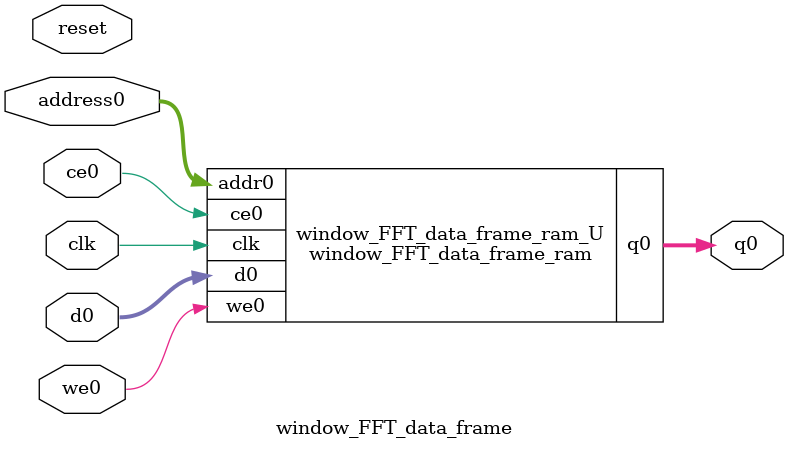
<source format=v>
`timescale 1 ns / 1 ps
module window_FFT_data_frame_ram (addr0, ce0, d0, we0, q0,  clk);

parameter DWIDTH = 64;
parameter AWIDTH = 10;
parameter MEM_SIZE = 1024;

input[AWIDTH-1:0] addr0;
input ce0;
input[DWIDTH-1:0] d0;
input we0;
output reg[DWIDTH-1:0] q0;
input clk;

(* ram_style = "block" *)reg [DWIDTH-1:0] ram[0:MEM_SIZE-1];




always @(posedge clk)  
begin 
    if (ce0) 
    begin
        if (we0) 
        begin 
            ram[addr0] <= d0; 
        end 
        q0 <= ram[addr0];
    end
end


endmodule

`timescale 1 ns / 1 ps
module window_FFT_data_frame(
    reset,
    clk,
    address0,
    ce0,
    we0,
    d0,
    q0);

parameter DataWidth = 32'd64;
parameter AddressRange = 32'd1024;
parameter AddressWidth = 32'd10;
input reset;
input clk;
input[AddressWidth - 1:0] address0;
input ce0;
input we0;
input[DataWidth - 1:0] d0;
output[DataWidth - 1:0] q0;



window_FFT_data_frame_ram window_FFT_data_frame_ram_U(
    .clk( clk ),
    .addr0( address0 ),
    .ce0( ce0 ),
    .we0( we0 ),
    .d0( d0 ),
    .q0( q0 ));

endmodule


</source>
